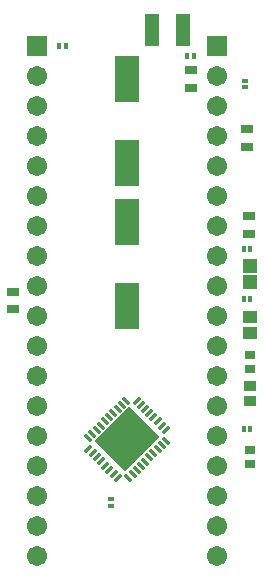
<source format=gts>
G04*
G04 #@! TF.GenerationSoftware,Altium Limited,Altium Designer,20.2.6 (244)*
G04*
G04 Layer_Color=8388736*
%FSLAX25Y25*%
%MOIN*%
G70*
G04*
G04 #@! TF.SameCoordinates,16A80645-BAA7-4206-B01B-76556F111C33*
G04*
G04*
G04 #@! TF.FilePolarity,Negative*
G04*
G01*
G75*
G04:AMPARAMS|DCode=13|XSize=161.42mil|YSize=141.73mil|CornerRadius=0mil|HoleSize=0mil|Usage=FLASHONLY|Rotation=225.000|XOffset=0mil|YOffset=0mil|HoleType=Round|Shape=Rectangle|*
%AMROTATEDRECTD13*
4,1,4,0.00696,0.10718,0.10718,0.00696,-0.00696,-0.10718,-0.10718,-0.00696,0.00696,0.10718,0.0*
%
%ADD13ROTATEDRECTD13*%

G04:AMPARAMS|DCode=14|XSize=31.5mil|YSize=11.81mil|CornerRadius=0mil|HoleSize=0mil|Usage=FLASHONLY|Rotation=135.000|XOffset=0mil|YOffset=0mil|HoleType=Round|Shape=Rectangle|*
%AMROTATEDRECTD14*
4,1,4,0.01531,-0.00696,0.00696,-0.01531,-0.01531,0.00696,-0.00696,0.01531,0.01531,-0.00696,0.0*
%
%ADD14ROTATEDRECTD14*%

G04:AMPARAMS|DCode=15|XSize=31.5mil|YSize=11.81mil|CornerRadius=0mil|HoleSize=0mil|Usage=FLASHONLY|Rotation=45.000|XOffset=0mil|YOffset=0mil|HoleType=Round|Shape=Rectangle|*
%AMROTATEDRECTD15*
4,1,4,-0.00696,-0.01531,-0.01531,-0.00696,0.00696,0.01531,0.01531,0.00696,-0.00696,-0.01531,0.0*
%
%ADD15ROTATEDRECTD15*%

%ADD17R,0.07874X0.15748*%
%ADD19R,0.03543X0.02953*%
%ADD20R,0.01181X0.02362*%
%ADD21R,0.02362X0.01181*%
%ADD25R,0.04147X0.02572*%
%ADD26R,0.05131X0.11036*%
%ADD27R,0.04147X0.03753*%
%ADD28R,0.04934X0.04934*%
%ADD29R,0.04934X0.04343*%
%ADD30C,0.06706*%
%ADD31R,0.06706X0.06706*%
D13*
X30000Y-131100D02*
D03*
D14*
X42945Y-131518D02*
D03*
X41553Y-132910D02*
D03*
X40161Y-134301D02*
D03*
X38769Y-135693D02*
D03*
X37377Y-137085D02*
D03*
X35985Y-138477D02*
D03*
X34593Y-139869D02*
D03*
X33202Y-141261D02*
D03*
X31809Y-142653D02*
D03*
X30418Y-144045D02*
D03*
X29582Y-118155D02*
D03*
X28190Y-119547D02*
D03*
X26798Y-120939D02*
D03*
X25407Y-122331D02*
D03*
X24015Y-123723D02*
D03*
X22623Y-125115D02*
D03*
X21231Y-126507D02*
D03*
X19839Y-127899D02*
D03*
X18447Y-129290D02*
D03*
X17055Y-130682D02*
D03*
D15*
X42945Y-127899D02*
D03*
X41553Y-126507D02*
D03*
X40161Y-125115D02*
D03*
X38769Y-123723D02*
D03*
X26868Y-143975D02*
D03*
X25476Y-142584D02*
D03*
X24084Y-141192D02*
D03*
X22692Y-139800D02*
D03*
X37377Y-122331D02*
D03*
X35985Y-120939D02*
D03*
X34593Y-119547D02*
D03*
X33202Y-118155D02*
D03*
X21300Y-138408D02*
D03*
X19908Y-137016D02*
D03*
X18517Y-135624D02*
D03*
X17124Y-134232D02*
D03*
D17*
X30000Y-58524D02*
D03*
Y-86476D02*
D03*
Y-38976D02*
D03*
Y-11024D02*
D03*
D19*
X71000Y-103038D02*
D03*
X70900Y-139362D02*
D03*
Y-134638D02*
D03*
X71000Y-107762D02*
D03*
D20*
X50000Y-3300D02*
D03*
X9500Y0D02*
D03*
X71100Y-127700D02*
D03*
X68900D02*
D03*
X7300Y0D02*
D03*
X52200Y-3300D02*
D03*
X68800Y-67500D02*
D03*
X71000D02*
D03*
X68800Y-84400D02*
D03*
X71000D02*
D03*
D21*
X24600Y-153300D02*
D03*
X69400Y-13710D02*
D03*
X24600Y-151100D02*
D03*
X69400Y-11509D02*
D03*
D25*
X51200Y-13853D02*
D03*
Y-7947D02*
D03*
X70100Y-33653D02*
D03*
Y-27747D02*
D03*
X-8200Y-87753D02*
D03*
Y-81847D02*
D03*
X70500Y-62653D02*
D03*
Y-56747D02*
D03*
D26*
X48518Y5300D02*
D03*
X38282D02*
D03*
D27*
X71000Y-118359D02*
D03*
Y-113241D02*
D03*
D28*
Y-73343D02*
D03*
Y-78658D02*
D03*
D29*
Y-95557D02*
D03*
Y-90242D02*
D03*
D30*
X0Y-100000D02*
D03*
Y-110000D02*
D03*
X60000Y-10000D02*
D03*
Y-120000D02*
D03*
Y-170000D02*
D03*
Y-160000D02*
D03*
Y-150000D02*
D03*
Y-140000D02*
D03*
Y-130000D02*
D03*
Y-110000D02*
D03*
Y-100000D02*
D03*
Y-90000D02*
D03*
Y-80000D02*
D03*
Y-70000D02*
D03*
Y-60000D02*
D03*
Y-50000D02*
D03*
Y-40000D02*
D03*
Y-30000D02*
D03*
Y-20000D02*
D03*
X0Y-170000D02*
D03*
Y-160000D02*
D03*
Y-150000D02*
D03*
Y-140000D02*
D03*
Y-130000D02*
D03*
Y-120000D02*
D03*
Y-90000D02*
D03*
Y-80000D02*
D03*
Y-70000D02*
D03*
Y-60000D02*
D03*
Y-50000D02*
D03*
Y-40000D02*
D03*
Y-30000D02*
D03*
Y-20000D02*
D03*
Y-10000D02*
D03*
D31*
X60000Y0D02*
D03*
X0D02*
D03*
M02*

</source>
